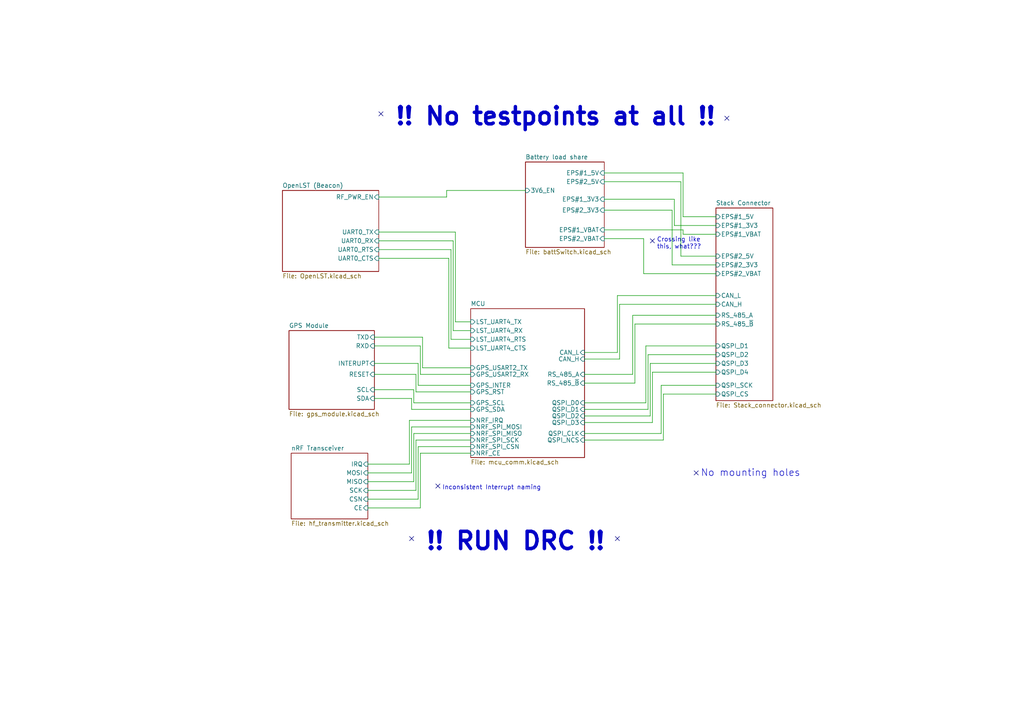
<source format=kicad_sch>
(kicad_sch (version 20210621) (generator eeschema)
  (paper "A4")
  (title_block (title "BUTCube - Communication Module") (date "2021-11-18") (rev "v0.2") (company "VUT - FIT(STRaDe) & FME(IAE & IPE)") (comment 1 "Author: Štěpán Rydlo"))
  (lib_symbols)
  (no_connect (at 110.49 33.02))
  (no_connect (at 119.38 156.21))
  (no_connect (at 127 140.97))
  (no_connect (at 179.07 156.21))
  (no_connect (at 189.23 69.85))
  (no_connect (at 201.93 137.16))
  (no_connect (at 210.82 34.29))
  (wire (pts (xy 108.585 100.33) (xy 121.92 100.33)))
  (wire (pts (xy 108.585 108.585) (xy 120.65 108.585)))
  (wire (pts (xy 108.585 115.57) (xy 119.38 115.57)))
  (wire (pts (xy 109.855 57.15) (xy 129.54 57.15)))
  (wire (pts (xy 109.855 69.85) (xy 131.445 69.85)))
  (wire (pts (xy 109.855 74.93) (xy 130.175 74.93)))
  (wire (pts (xy 118.745 121.92) (xy 118.745 134.62)))
  (wire (pts (xy 118.745 134.62) (xy 106.68 134.62)))
  (wire (pts (xy 119.38 115.57) (xy 119.38 118.745)))
  (wire (pts (xy 119.38 118.745) (xy 136.525 118.745)))
  (wire (pts (xy 119.38 123.825) (xy 119.38 137.16)))
  (wire (pts (xy 119.38 137.16) (xy 106.68 137.16)))
  (wire (pts (xy 120.015 113.03) (xy 108.585 113.03)))
  (wire (pts (xy 120.015 116.84) (xy 120.015 113.03)))
  (wire (pts (xy 120.015 125.73) (xy 120.015 139.7)))
  (wire (pts (xy 120.015 139.7) (xy 106.68 139.7)))
  (wire (pts (xy 120.65 108.585) (xy 120.65 113.665)))
  (wire (pts (xy 120.65 113.665) (xy 136.525 113.665)))
  (wire (pts (xy 120.65 127.635) (xy 120.65 142.24)))
  (wire (pts (xy 120.65 142.24) (xy 106.68 142.24)))
  (wire (pts (xy 121.285 105.41) (xy 108.585 105.41)))
  (wire (pts (xy 121.285 111.76) (xy 121.285 105.41)))
  (wire (pts (xy 121.285 129.54) (xy 121.285 144.78)))
  (wire (pts (xy 121.285 144.78) (xy 106.68 144.78)))
  (wire (pts (xy 121.92 100.33) (xy 121.92 108.585)))
  (wire (pts (xy 121.92 108.585) (xy 136.525 108.585)))
  (wire (pts (xy 121.92 131.445) (xy 121.92 147.32)))
  (wire (pts (xy 121.92 147.32) (xy 106.68 147.32)))
  (wire (pts (xy 122.555 97.79) (xy 108.585 97.79)))
  (wire (pts (xy 122.555 106.68) (xy 122.555 97.79)))
  (wire (pts (xy 129.54 55.245) (xy 152.4 55.245)))
  (wire (pts (xy 129.54 57.15) (xy 129.54 55.245)))
  (wire (pts (xy 130.175 74.93) (xy 130.175 100.965)))
  (wire (pts (xy 130.175 100.965) (xy 136.525 100.965)))
  (wire (pts (xy 130.81 72.39) (xy 109.855 72.39)))
  (wire (pts (xy 130.81 98.425) (xy 130.81 72.39)))
  (wire (pts (xy 131.445 69.85) (xy 131.445 95.885)))
  (wire (pts (xy 131.445 95.885) (xy 136.525 95.885)))
  (wire (pts (xy 132.08 67.31) (xy 109.855 67.31)))
  (wire (pts (xy 132.08 93.345) (xy 132.08 67.31)))
  (wire (pts (xy 136.525 93.345) (xy 132.08 93.345)))
  (wire (pts (xy 136.525 98.425) (xy 130.81 98.425)))
  (wire (pts (xy 136.525 106.68) (xy 122.555 106.68)))
  (wire (pts (xy 136.525 111.76) (xy 121.285 111.76)))
  (wire (pts (xy 136.525 116.84) (xy 120.015 116.84)))
  (wire (pts (xy 136.525 121.92) (xy 118.745 121.92)))
  (wire (pts (xy 136.525 123.825) (xy 119.38 123.825)))
  (wire (pts (xy 136.525 125.73) (xy 120.015 125.73)))
  (wire (pts (xy 136.525 127.635) (xy 120.65 127.635)))
  (wire (pts (xy 136.525 129.54) (xy 121.285 129.54)))
  (wire (pts (xy 136.525 131.445) (xy 121.92 131.445)))
  (wire (pts (xy 169.545 102.235) (xy 179.07 102.235)))
  (wire (pts (xy 169.545 104.14) (xy 179.705 104.14)))
  (wire (pts (xy 169.545 108.585) (xy 183.515 108.585)))
  (wire (pts (xy 169.545 111.125) (xy 184.15 111.125)))
  (wire (pts (xy 169.545 116.84) (xy 187.325 116.84)))
  (wire (pts (xy 169.545 120.65) (xy 188.595 120.65)))
  (wire (pts (xy 169.545 125.73) (xy 191.77 125.73)))
  (wire (pts (xy 175.26 66.675) (xy 198.12 66.675)))
  (wire (pts (xy 179.07 85.725) (xy 207.645 85.725)))
  (wire (pts (xy 179.07 102.235) (xy 179.07 85.725)))
  (wire (pts (xy 179.705 88.265) (xy 207.645 88.265)))
  (wire (pts (xy 179.705 104.14) (xy 179.705 88.265)))
  (wire (pts (xy 183.515 91.44) (xy 207.645 91.44)))
  (wire (pts (xy 183.515 108.585) (xy 183.515 91.44)))
  (wire (pts (xy 184.15 93.98) (xy 207.645 93.98)))
  (wire (pts (xy 184.15 111.125) (xy 184.15 93.98)))
  (wire (pts (xy 186.69 69.215) (xy 175.26 69.215)))
  (wire (pts (xy 186.69 79.375) (xy 186.69 69.215)))
  (wire (pts (xy 187.325 100.33) (xy 207.645 100.33)))
  (wire (pts (xy 187.325 116.84) (xy 187.325 100.33)))
  (wire (pts (xy 187.96 102.87) (xy 187.96 118.745)))
  (wire (pts (xy 187.96 118.745) (xy 169.545 118.745)))
  (wire (pts (xy 188.595 105.41) (xy 207.645 105.41)))
  (wire (pts (xy 188.595 120.65) (xy 188.595 105.41)))
  (wire (pts (xy 189.23 107.95) (xy 189.23 122.555)))
  (wire (pts (xy 189.23 122.555) (xy 169.545 122.555)))
  (wire (pts (xy 191.77 111.76) (xy 207.645 111.76)))
  (wire (pts (xy 191.77 125.73) (xy 191.77 111.76)))
  (wire (pts (xy 192.405 114.3) (xy 192.405 127.635)))
  (wire (pts (xy 192.405 127.635) (xy 169.545 127.635)))
  (wire (pts (xy 194.945 60.96) (xy 175.26 60.96)))
  (wire (pts (xy 194.945 76.835) (xy 194.945 60.96)))
  (wire (pts (xy 195.58 57.785) (xy 175.26 57.785)))
  (wire (pts (xy 195.58 65.405) (xy 195.58 57.785)))
  (wire (pts (xy 197.485 52.705) (xy 175.26 52.705)))
  (wire (pts (xy 197.485 74.295) (xy 197.485 52.705)))
  (wire (pts (xy 197.485 74.295) (xy 207.645 74.295)))
  (wire (pts (xy 198.12 50.165) (xy 175.26 50.165)))
  (wire (pts (xy 198.12 62.865) (xy 198.12 50.165)))
  (wire (pts (xy 198.12 62.865) (xy 207.645 62.865)))
  (wire (pts (xy 198.12 66.675) (xy 198.12 67.945)))
  (wire (pts (xy 198.12 67.945) (xy 207.645 67.945)))
  (wire (pts (xy 207.645 65.405) (xy 195.58 65.405)))
  (wire (pts (xy 207.645 76.835) (xy 194.945 76.835)))
  (wire (pts (xy 207.645 79.375) (xy 186.69 79.375)))
  (wire (pts (xy 207.645 102.87) (xy 187.96 102.87)))
  (wire (pts (xy 207.645 107.95) (xy 189.23 107.95)))
  (wire (pts (xy 207.645 114.3) (xy 192.405 114.3)))
  (text "!! No testpoints at all !!" (at 114.3 36.83 0) (effects (font (size 5 5) (thickness 1) bold) (justify left bottom)))
  (text "!! RUN DRC !!" (at 123.19 160.02 0) (effects (font (size 5 5) (thickness 1) bold) (justify left bottom)))
  (text "Inconsistent Interrupt naming" (at 128.27 142.24 0) (effects (font (size 1.27 1.27)) (justify left bottom)))
  (text "Crossing like\nthis, what???" (at 190.5 72.39 0) (effects (font (size 1.27 1.27)) (justify left bottom)))
  (text "No mounting holes" (at 203.2 138.43 0) (effects (font (size 2 2)) (justify left bottom)))
  (sheet (at 152.4 46.99) (size 22.86 24.765) (stroke (width 0.1524))
    (property "Sheet name" "Battery load share" (at 152.4 46.2784 0) (effects (justify left bottom)))
    (property "Sheet file" "battSwitch.kicad_sch" (at 152.4 72.3396 0) (effects (justify left top)))
    (pin "EPS#1_3V3" input (at 175.26 57.785 0))
    (pin "EPS#2_3V3" input (at 175.26 60.96 0))
    (pin "EPS#2_5V" input (at 175.26 52.705 0))
    (pin "EPS#1_5V" input (at 175.26 50.165 0))
    (pin "EPS#2_VBAT" input (at 175.26 69.215 0))
    (pin "EPS#1_VBAT" input (at 175.26 66.675 0))
    (pin "3V6_EN" input (at 152.4 55.245 180))
  )
  (sheet (at 83.82 95.885) (size 24.765 22.86) (stroke (width 0.1524))
    (property "Sheet name" "GPS Module" (at 83.82 95.1734 0) (effects (justify left bottom)))
    (property "Sheet file" "gps_module.kicad_sch" (at 83.82 119.3296 0) (effects (justify left top)))
    (pin "INTERUPT" input (at 108.585 105.41 0))
    (pin "RESET" input (at 108.585 108.585 0))
    (pin "SCL" input (at 108.585 113.03 0))
    (pin "SDA" input (at 108.585 115.57 0))
    (pin "RXD" input (at 108.585 100.33 0))
    (pin "TXD" input (at 108.585 97.79 0))
  )
  (sheet (at 136.525 89.535) (size 33.02 43.18) (stroke (width 0.1524))
    (property "Sheet name" "MCU" (at 136.525 88.8234 0) (effects (justify left bottom)))
    (property "Sheet file" "mcu_comm.kicad_sch" (at 136.525 133.2996 0) (effects (justify left top)))
    (pin "RS_485_A" input (at 169.545 108.585 0))
    (pin "RS_485_~{B}" input (at 169.545 111.125 0))
    (pin "CAN_L" input (at 169.545 102.235 0))
    (pin "CAN_H" input (at 169.545 104.14 0))
    (pin "QSPI_CLK" input (at 169.545 125.73 0))
    (pin "QSPI_NCS" input (at 169.545 127.635 0))
    (pin "QSPI_D1" input (at 169.545 118.745 0))
    (pin "QSPI_D0" input (at 169.545 116.84 0))
    (pin "QSPI_D3" input (at 169.545 122.555 0))
    (pin "QSPI_D2" input (at 169.545 120.65 0))
    (pin "NRF_SPI_SCK" input (at 136.525 127.635 180))
    (pin "GPS_RST" input (at 136.525 113.665 180))
    (pin "GPS_INTER" input (at 136.525 111.76 180))
    (pin "NRF_SPI_CSN" input (at 136.525 129.54 180))
    (pin "NRF_SPI_MISO" input (at 136.525 125.73 180))
    (pin "NRF_SPI_MOSI" input (at 136.525 123.825 180))
    (pin "GPS_SCL" input (at 136.525 116.84 180))
    (pin "GPS_SDA" input (at 136.525 118.745 180))
    (pin "LST_UART4_RTS" input (at 136.525 98.425 180))
    (pin "LST_UART4_RX" input (at 136.525 95.885 180))
    (pin "GPS_USART2_TX" input (at 136.525 106.68 180))
    (pin "GPS_USART2_RX" input (at 136.525 108.585 180))
    (pin "LST_UART4_TX" input (at 136.525 93.345 180))
    (pin "LST_UART4_CTS" input (at 136.525 100.965 180))
    (pin "NRF_CE" input (at 136.525 131.445 180))
    (pin "NRF_IRQ" input (at 136.525 121.92 180))
  )
  (sheet (at 81.915 55.245) (size 27.94 23.495) (stroke (width 0.1524))
    (property "Sheet name" "OpenLST (Beacon)" (at 81.915 54.5334 0) (effects (justify left bottom)))
    (property "Sheet file" "OpenLST.kicad_sch" (at 81.915 79.3246 0) (effects (justify left top)))
    (pin "UART0_CTS" input (at 109.855 74.93 0))
    (pin "UART0_RTS" input (at 109.855 72.39 0))
    (pin "UART0_RX" input (at 109.855 69.85 0))
    (pin "UART0_TX" input (at 109.855 67.31 0))
    (pin "RF_PWR_EN" input (at 109.855 57.15 0))
  )
  (sheet (at 207.645 60.325) (size 16.51 55.88) (stroke (width 0.1524))
    (property "Sheet name" "Stack Connector" (at 207.645 59.6134 0) (effects (justify left bottom)))
    (property "Sheet file" "Stack_connector.kicad_sch" (at 207.645 116.7896 0) (effects (justify left top)))
    (pin "CAN_H" input (at 207.645 88.265 180))
    (pin "RS_485_A" input (at 207.645 91.44 180))
    (pin "EPS#1_5V" input (at 207.645 62.865 180))
    (pin "EPS#1_3V3" input (at 207.645 65.405 180))
    (pin "CAN_L" input (at 207.645 85.725 180))
    (pin "RS_485_~{B}" input (at 207.645 93.98 180))
    (pin "QSPI_D1" input (at 207.645 100.33 180))
    (pin "QSPI_SCK" input (at 207.645 111.76 180))
    (pin "EPS#2_3V3" input (at 207.645 76.835 180))
    (pin "EPS#2_5V" input (at 207.645 74.295 180))
    (pin "QSPI_CS" input (at 207.645 114.3 180))
    (pin "QSPI_D2" input (at 207.645 102.87 180))
    (pin "QSPI_D3" input (at 207.645 105.41 180))
    (pin "QSPI_D4" input (at 207.645 107.95 180))
    (pin "EPS#1_VBAT" input (at 207.645 67.945 180))
    (pin "EPS#2_VBAT" input (at 207.645 79.375 180))
  )
  (sheet (at 84.455 131.445) (size 22.225 19.05) (stroke (width 0.1524))
    (property "Sheet name" "nRF Transceiver" (at 84.455 130.7334 0) (effects (justify left bottom)))
    (property "Sheet file" "hf_transmitter.kicad_sch" (at 84.455 151.0796 0) (effects (justify left top)))
    (pin "MOSI" input (at 106.68 137.16 0))
    (pin "MISO" input (at 106.68 139.7 0))
    (pin "SCK" input (at 106.68 142.24 0))
    (pin "CE" input (at 106.68 147.32 0))
    (pin "IRQ" input (at 106.68 134.62 0))
    (pin "CSN" input (at 106.68 144.78 0))
  )
)
</source>
